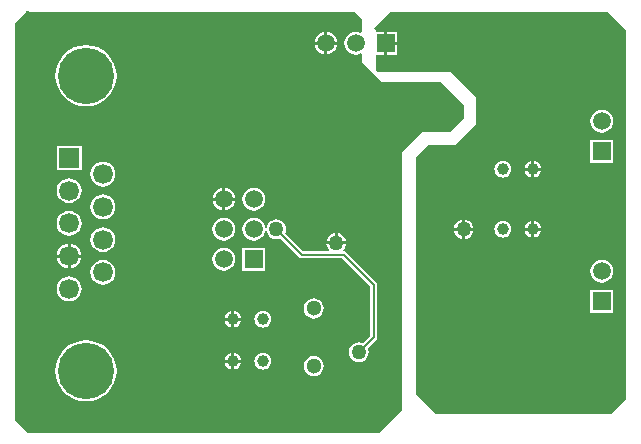
<source format=gbl>
%FSLAX44Y44*%
%MOMM*%
G71*
G01*
G75*
G04 Layer_Physical_Order=4*
G04 Layer_Color=16711680*
%ADD10R,0.8000X0.4000*%
%ADD11O,0.8000X0.4000*%
%ADD12C,0.2000*%
%ADD13C,1.5000*%
%ADD14R,1.5000X1.5000*%
%ADD15R,1.5000X1.5000*%
%ADD16C,4.7600*%
%ADD17R,1.6900X1.6900*%
%ADD18C,1.6900*%
%ADD19C,1.0000*%
%ADD20C,1.3000*%
%ADD21C,1.2700*%
G36*
X1041431Y1128999D02*
Y816641D01*
X1028700Y803910D01*
X880110D01*
X863600Y820420D01*
Y1021080D01*
X873760Y1031240D01*
X896620D01*
X914400Y1049020D01*
Y1071880D01*
X892810Y1093470D01*
X831850D01*
X830083Y1095237D01*
Y1108100D01*
X836930D01*
Y1117598D01*
Y1127100D01*
X830083D01*
Y1127760D01*
X830019Y1128081D01*
X829978Y1128405D01*
X829942Y1128468D01*
X829928Y1128540D01*
X829928Y1128540D01*
Y1128540D01*
X829928Y1128540D01*
X829555Y1129441D01*
X829555Y1129441D01*
X829113Y1130103D01*
X829112Y1130103D01*
X828478Y1130738D01*
X842010Y1144270D01*
X1026160D01*
X1041431Y1128999D01*
D02*
G37*
G36*
X535922Y1144524D02*
X535912Y1144077D01*
X535910Y1143982D01*
D01*
D01*
X535910D01*
D01*
X535892Y1143196D01*
D01*
X535891Y1143145D01*
X535926Y1143230D01*
X536980Y1144284D01*
X536980D01*
Y1144284D01*
D01*
D01*
Y1144284D01*
X537113Y1144339D01*
X537210Y1144274D01*
Y1144274D01*
X811530Y1144379D01*
X812255Y1144079D01*
X812435Y1143896D01*
Y1143896D01*
X817511Y1138821D01*
Y1138821D01*
D01*
D01*
X817884Y1137920D01*
D01*
D01*
D01*
X817884Y1137920D01*
X817884Y1137920D01*
Y1126920D01*
X816828Y1126214D01*
X815280Y1126855D01*
X812800Y1127182D01*
X810320Y1126855D01*
X808009Y1125898D01*
X806024Y1124376D01*
X804502Y1122391D01*
X803544Y1120080D01*
X803218Y1117600D01*
X803544Y1115120D01*
X804502Y1112809D01*
X806024Y1110825D01*
X808009Y1109302D01*
X810320Y1108344D01*
X812800Y1108018D01*
X815280Y1108344D01*
X816828Y1108986D01*
X817884Y1108280D01*
Y1101618D01*
X834918Y1084584D01*
X885190Y1084689D01*
X885915Y1084389D01*
X886095Y1084206D01*
Y1084206D01*
X903871Y1066431D01*
Y1066431D01*
D01*
D01*
X904244Y1065530D01*
D01*
D01*
Y1065530D01*
X904244D01*
X904349Y1054100D01*
X904049Y1053375D01*
X903866Y1053195D01*
X903866D01*
X893711Y1043039D01*
X893711D01*
D01*
X893711Y1043039D01*
X892810Y1042666D01*
D01*
D01*
D01*
X892810Y1042666D01*
X892810Y1042666D01*
X869208D01*
X852174Y1025632D01*
X852279Y807720D01*
X851979Y806995D01*
X851796Y806815D01*
X851796D01*
X832751Y787769D01*
X832751D01*
D01*
X832751Y787769D01*
X831850Y787396D01*
D01*
D01*
X831850D01*
Y787396D01*
X535940Y787291D01*
X535940Y787291D01*
X535940Y787291D01*
X535602Y787471D01*
X535035Y787774D01*
D01*
X535035Y787774D01*
D01*
D01*
X535035Y787774D01*
X535035Y787774D01*
X524569Y798121D01*
Y1134700D01*
X533396Y1143528D01*
X533345Y1144510D01*
X533990Y1145190D01*
X535260Y1145200D01*
X535922Y1144524D01*
D02*
G37*
%LPC*%
G36*
X735940Y944220D02*
X716940D01*
Y925220D01*
X735940D01*
Y944220D01*
D02*
G37*
G36*
X568980Y936230D02*
X559877D01*
X560069Y934772D01*
X561122Y932230D01*
X562797Y930047D01*
X564980Y928372D01*
X567522Y927319D01*
X568980Y927127D01*
Y936230D01*
D02*
G37*
G36*
X580623D02*
X571520D01*
Y927127D01*
X572978Y927319D01*
X575520Y928372D01*
X577703Y930047D01*
X579378Y932230D01*
X580431Y934772D01*
X580623Y936230D01*
D02*
G37*
G36*
X701040Y944302D02*
X698560Y943976D01*
X696249Y943018D01*
X694265Y941495D01*
X692742Y939511D01*
X691785Y937200D01*
X691458Y934720D01*
X691785Y932240D01*
X692742Y929929D01*
X694265Y927944D01*
X696249Y926422D01*
X698560Y925464D01*
X701040Y925138D01*
X703520Y925464D01*
X705831Y926422D01*
X707815Y927944D01*
X709338Y929929D01*
X710295Y932240D01*
X710622Y934720D01*
X710295Y937200D01*
X709338Y939511D01*
X707815Y941495D01*
X705831Y943018D01*
X703520Y943976D01*
X701040Y944302D01*
D02*
G37*
G36*
X570250Y920340D02*
X567522Y919981D01*
X564980Y918928D01*
X562797Y917253D01*
X561122Y915070D01*
X560069Y912528D01*
X559710Y909800D01*
X560069Y907072D01*
X561122Y904530D01*
X562797Y902347D01*
X564980Y900672D01*
X567522Y899619D01*
X570250Y899260D01*
X572978Y899619D01*
X575520Y900672D01*
X577703Y902347D01*
X579378Y904530D01*
X580431Y907072D01*
X580790Y909800D01*
X580431Y912528D01*
X579378Y915070D01*
X577703Y917253D01*
X575520Y918928D01*
X572978Y919981D01*
X570250Y920340D01*
D02*
G37*
G36*
X598650Y934190D02*
X595922Y933831D01*
X593380Y932778D01*
X591197Y931103D01*
X589522Y928920D01*
X588469Y926378D01*
X588110Y923650D01*
X588469Y920922D01*
X589522Y918380D01*
X591197Y916197D01*
X593380Y914522D01*
X595922Y913469D01*
X598650Y913110D01*
X601378Y913469D01*
X603920Y914522D01*
X606103Y916197D01*
X607778Y918380D01*
X608831Y920922D01*
X609190Y923650D01*
X608831Y926378D01*
X607778Y928920D01*
X606103Y931103D01*
X603920Y932778D01*
X601378Y933831D01*
X598650Y934190D01*
D02*
G37*
G36*
X1021080Y934142D02*
X1018600Y933816D01*
X1016289Y932858D01*
X1014305Y931335D01*
X1012782Y929351D01*
X1011824Y927040D01*
X1011498Y924560D01*
X1011824Y922080D01*
X1012782Y919769D01*
X1014305Y917785D01*
X1016289Y916262D01*
X1018600Y915304D01*
X1021080Y914978D01*
X1023560Y915304D01*
X1025871Y916262D01*
X1027855Y917785D01*
X1029378Y919769D01*
X1030335Y922080D01*
X1030662Y924560D01*
X1030335Y927040D01*
X1029378Y929351D01*
X1027855Y931335D01*
X1025871Y932858D01*
X1023560Y933816D01*
X1021080Y934142D01*
D02*
G37*
G36*
X568980Y947873D02*
X567522Y947681D01*
X564980Y946628D01*
X562797Y944953D01*
X561122Y942770D01*
X560069Y940228D01*
X559877Y938770D01*
X568980D01*
Y947873D01*
D02*
G37*
G36*
X701040Y969702D02*
X698560Y969376D01*
X696249Y968418D01*
X694265Y966895D01*
X692742Y964911D01*
X691785Y962600D01*
X691458Y960120D01*
X691785Y957640D01*
X692742Y955329D01*
X694265Y953344D01*
X696249Y951822D01*
X698560Y950864D01*
X701040Y950538D01*
X703520Y950864D01*
X705831Y951822D01*
X707815Y953344D01*
X709338Y955329D01*
X710295Y957640D01*
X710622Y960120D01*
X710295Y962600D01*
X709338Y964911D01*
X707815Y966895D01*
X705831Y968418D01*
X703520Y969376D01*
X701040Y969702D01*
D02*
G37*
G36*
X902970Y958850D02*
X895985D01*
X896105Y957940D01*
X896946Y955909D01*
X898285Y954165D01*
X900029Y952826D01*
X902060Y951985D01*
X902970Y951865D01*
Y958850D01*
D02*
G37*
G36*
X912495D02*
X905510D01*
Y951865D01*
X906420Y951985D01*
X908451Y952826D01*
X910195Y954165D01*
X911534Y955909D01*
X912375Y957940D01*
X912495Y958850D01*
D02*
G37*
G36*
X797560Y956945D02*
Y949960D01*
X804545D01*
X804425Y950870D01*
X803584Y952901D01*
X802245Y954645D01*
X800501Y955984D01*
X798470Y956825D01*
X797560Y956945D01*
D02*
G37*
G36*
X571520Y947873D02*
Y938770D01*
X580623D01*
X580431Y940228D01*
X579378Y942770D01*
X577703Y944953D01*
X575520Y946628D01*
X572978Y947681D01*
X571520Y947873D01*
D02*
G37*
G36*
X598650Y961890D02*
X595922Y961531D01*
X593380Y960478D01*
X591197Y958803D01*
X589522Y956620D01*
X588469Y954078D01*
X588110Y951350D01*
X588469Y948622D01*
X589522Y946080D01*
X591197Y943897D01*
X593380Y942222D01*
X595922Y941169D01*
X598650Y940810D01*
X601378Y941169D01*
X603920Y942222D01*
X606103Y943897D01*
X607778Y946080D01*
X608831Y948622D01*
X609190Y951350D01*
X608831Y954078D01*
X607778Y956620D01*
X606103Y958803D01*
X603920Y960478D01*
X601378Y961531D01*
X598650Y961890D01*
D02*
G37*
G36*
X795020Y956945D02*
X794110Y956825D01*
X792079Y955984D01*
X790335Y954645D01*
X788996Y952901D01*
X788155Y950870D01*
X788035Y949960D01*
X795020D01*
Y956945D01*
D02*
G37*
G36*
X715553Y847090D02*
X709930D01*
Y841467D01*
X710487Y841540D01*
X712190Y842245D01*
X713652Y843368D01*
X714774Y844830D01*
X715480Y846533D01*
X715553Y847090D01*
D02*
G37*
G36*
X707390Y855253D02*
X706833Y855180D01*
X705130Y854474D01*
X703668Y853352D01*
X702545Y851890D01*
X701840Y850187D01*
X701767Y849630D01*
X707390D01*
Y855253D01*
D02*
G37*
G36*
X709930D02*
Y849630D01*
X715553D01*
X715480Y850187D01*
X714774Y851890D01*
X713652Y853352D01*
X712190Y854474D01*
X710487Y855180D01*
X709930Y855253D01*
D02*
G37*
G36*
X707390Y847090D02*
X701767D01*
X701840Y846533D01*
X702545Y844830D01*
X703668Y843368D01*
X705130Y842245D01*
X706833Y841540D01*
X707390Y841467D01*
Y847090D01*
D02*
G37*
G36*
X584450Y866175D02*
X579392Y865677D01*
X574529Y864201D01*
X570047Y861806D01*
X566118Y858582D01*
X562894Y854653D01*
X560499Y850171D01*
X559023Y845308D01*
X558525Y840250D01*
X559023Y835192D01*
X560499Y830329D01*
X562894Y825847D01*
X566118Y821918D01*
X570047Y818694D01*
X574529Y816299D01*
X579392Y814823D01*
X584450Y814325D01*
X589508Y814823D01*
X594371Y816299D01*
X598853Y818694D01*
X602782Y821918D01*
X606006Y825847D01*
X608401Y830329D01*
X609877Y835192D01*
X610375Y840250D01*
X609877Y845308D01*
X608401Y850171D01*
X606006Y854653D01*
X602782Y858582D01*
X598853Y861806D01*
X594371Y864201D01*
X589508Y865677D01*
X584450Y866175D01*
D02*
G37*
G36*
X777240Y852853D02*
X775021Y852561D01*
X772953Y851705D01*
X771178Y850342D01*
X769815Y848567D01*
X768959Y846499D01*
X768667Y844280D01*
X768959Y842061D01*
X769815Y839993D01*
X771178Y838218D01*
X772953Y836855D01*
X775021Y835999D01*
X777240Y835707D01*
X779459Y835999D01*
X781527Y836855D01*
X783302Y838218D01*
X784665Y839993D01*
X785521Y842061D01*
X785813Y844280D01*
X785521Y846499D01*
X784665Y848567D01*
X783302Y850342D01*
X781527Y851705D01*
X779459Y852561D01*
X777240Y852853D01*
D02*
G37*
G36*
X734060Y855420D02*
X732233Y855180D01*
X730530Y854474D01*
X729068Y853352D01*
X727945Y851890D01*
X727240Y850187D01*
X727000Y848360D01*
X727240Y846533D01*
X727945Y844830D01*
X729068Y843368D01*
X730530Y842245D01*
X732233Y841540D01*
X734060Y841300D01*
X735887Y841540D01*
X737590Y842245D01*
X739052Y843368D01*
X740174Y844830D01*
X740880Y846533D01*
X741120Y848360D01*
X740880Y850187D01*
X740174Y851890D01*
X739052Y853352D01*
X737590Y854474D01*
X735887Y855180D01*
X734060Y855420D01*
D02*
G37*
G36*
X726440Y969702D02*
X723960Y969376D01*
X721649Y968418D01*
X719665Y966895D01*
X718142Y964911D01*
X717185Y962600D01*
X716858Y960120D01*
X717185Y957640D01*
X718142Y955329D01*
X719665Y953344D01*
X721649Y951822D01*
X723960Y950864D01*
X726440Y950538D01*
X728920Y950864D01*
X731231Y951822D01*
X733215Y953344D01*
X734738Y955329D01*
X735695Y957640D01*
X735910Y959269D01*
X737180D01*
X737355Y957940D01*
X738196Y955909D01*
X739535Y954165D01*
X741279Y952826D01*
X743310Y951985D01*
X745490Y951698D01*
X747670Y951985D01*
X748822Y952462D01*
X764917Y936367D01*
X764917Y936367D01*
X765909Y935704D01*
X765909Y935704D01*
X765910Y935704D01*
D01*
X765910Y935704D01*
X765910Y935704D01*
X767080Y935471D01*
X767080Y935471D01*
X801373D01*
X824981Y911863D01*
Y869947D01*
X818672Y863638D01*
X817520Y864115D01*
X815340Y864402D01*
X813160Y864115D01*
X811129Y863274D01*
X809385Y861935D01*
X808046Y860191D01*
X807205Y858160D01*
X806918Y855980D01*
X807205Y853800D01*
X808046Y851769D01*
X809385Y850025D01*
X811129Y848686D01*
X813160Y847845D01*
X815340Y847558D01*
X817520Y847845D01*
X819551Y848686D01*
X821295Y850025D01*
X822634Y851769D01*
X823475Y853800D01*
X823762Y855980D01*
X823475Y858160D01*
X822998Y859312D01*
X830203Y866517D01*
X830203Y866517D01*
X830866Y867510D01*
X831099Y868680D01*
X831099Y868680D01*
Y913130D01*
X831099Y913130D01*
X830866Y914301D01*
X830203Y915293D01*
X830203Y915293D01*
X804803Y940693D01*
X803811Y941356D01*
X802640Y941589D01*
X802640D01*
X802640D01*
D01*
X802640Y941589D01*
D01*
X802640D01*
X802630Y941602D01*
X802245Y942735D01*
X803584Y944479D01*
X804425Y946510D01*
X804545Y947420D01*
X788035D01*
X788155Y946510D01*
X788996Y944479D01*
X790335Y942735D01*
X789946Y941589D01*
X768347D01*
X753148Y956788D01*
X753625Y957940D01*
X753912Y960120D01*
X753625Y962300D01*
X752784Y964331D01*
X751445Y966075D01*
X749701Y967414D01*
X747670Y968255D01*
X745490Y968542D01*
X743310Y968255D01*
X741279Y967414D01*
X739535Y966075D01*
X738196Y964331D01*
X737355Y962300D01*
X737180Y960971D01*
X735910D01*
X735695Y962600D01*
X734738Y964911D01*
X733215Y966895D01*
X731231Y968418D01*
X728920Y969376D01*
X726440Y969702D01*
D02*
G37*
G36*
X707390Y890813D02*
X706833Y890740D01*
X705130Y890034D01*
X703668Y888912D01*
X702545Y887450D01*
X701840Y885747D01*
X701767Y885190D01*
X707390D01*
Y890813D01*
D02*
G37*
G36*
X709930D02*
Y885190D01*
X715553D01*
X715480Y885747D01*
X714774Y887450D01*
X713652Y888912D01*
X712190Y890034D01*
X710487Y890740D01*
X709930Y890813D01*
D02*
G37*
G36*
X1030580Y908660D02*
X1011580D01*
Y889660D01*
X1030580D01*
Y908660D01*
D02*
G37*
G36*
X777240Y901653D02*
X775021Y901361D01*
X772953Y900505D01*
X771178Y899142D01*
X769815Y897367D01*
X768959Y895299D01*
X768667Y893080D01*
X768959Y890861D01*
X769815Y888793D01*
X771178Y887018D01*
X772953Y885655D01*
X775021Y884799D01*
X777240Y884507D01*
X779459Y884799D01*
X781527Y885655D01*
X783302Y887018D01*
X784665Y888793D01*
X785521Y890861D01*
X785813Y893080D01*
X785521Y895299D01*
X784665Y897367D01*
X783302Y899142D01*
X781527Y900505D01*
X779459Y901361D01*
X777240Y901653D01*
D02*
G37*
G36*
X734060Y890980D02*
X732233Y890740D01*
X730530Y890034D01*
X729068Y888912D01*
X727945Y887450D01*
X727240Y885747D01*
X727000Y883920D01*
X727240Y882093D01*
X727945Y880390D01*
X729068Y878928D01*
X730530Y877805D01*
X732233Y877100D01*
X734060Y876860D01*
X735887Y877100D01*
X737590Y877805D01*
X739052Y878928D01*
X740174Y880390D01*
X740880Y882093D01*
X741120Y883920D01*
X740880Y885747D01*
X740174Y887450D01*
X739052Y888912D01*
X737590Y890034D01*
X735887Y890740D01*
X734060Y890980D01*
D02*
G37*
G36*
X707390Y882650D02*
X701767D01*
X701840Y882093D01*
X702545Y880390D01*
X703668Y878928D01*
X705130Y877805D01*
X706833Y877100D01*
X707390Y877027D01*
Y882650D01*
D02*
G37*
G36*
X715553D02*
X709930D01*
Y877027D01*
X710487Y877100D01*
X712190Y877805D01*
X713652Y878928D01*
X714774Y880390D01*
X715480Y882093D01*
X715553Y882650D01*
D02*
G37*
G36*
X961390Y1017813D02*
X960833Y1017740D01*
X959130Y1017035D01*
X957668Y1015912D01*
X956545Y1014450D01*
X955840Y1012747D01*
X955767Y1012190D01*
X961390D01*
Y1017813D01*
D02*
G37*
G36*
X963930D02*
Y1012190D01*
X969553D01*
X969480Y1012747D01*
X968774Y1014450D01*
X967652Y1015912D01*
X966190Y1017035D01*
X964487Y1017740D01*
X963930Y1017813D01*
D02*
G37*
G36*
X1030580Y1035660D02*
X1011580D01*
Y1016660D01*
X1030580D01*
Y1035660D01*
D02*
G37*
G36*
X580700Y1031050D02*
X559800D01*
Y1010150D01*
X580700D01*
Y1031050D01*
D02*
G37*
G36*
X937260Y1017980D02*
X935433Y1017740D01*
X933730Y1017035D01*
X932268Y1015912D01*
X931145Y1014450D01*
X930440Y1012747D01*
X930200Y1010920D01*
X930440Y1009093D01*
X931145Y1007390D01*
X932268Y1005928D01*
X933730Y1004806D01*
X935433Y1004100D01*
X937260Y1003860D01*
X939087Y1004100D01*
X940790Y1004806D01*
X942252Y1005928D01*
X943374Y1007390D01*
X944080Y1009093D01*
X944320Y1010920D01*
X944080Y1012747D01*
X943374Y1014450D01*
X942252Y1015912D01*
X940790Y1017035D01*
X939087Y1017740D01*
X937260Y1017980D01*
D02*
G37*
G36*
X961390Y1009650D02*
X955767D01*
X955840Y1009093D01*
X956545Y1007390D01*
X957668Y1005928D01*
X959130Y1004806D01*
X960833Y1004100D01*
X961390Y1004027D01*
Y1009650D01*
D02*
G37*
G36*
X969553D02*
X963930D01*
Y1004027D01*
X964487Y1004100D01*
X966190Y1004806D01*
X967652Y1005928D01*
X968774Y1007390D01*
X969480Y1009093D01*
X969553Y1009650D01*
D02*
G37*
G36*
X1021080Y1061142D02*
X1018600Y1060816D01*
X1016289Y1059858D01*
X1014305Y1058335D01*
X1012782Y1056351D01*
X1011824Y1054040D01*
X1011498Y1051560D01*
X1011824Y1049080D01*
X1012782Y1046769D01*
X1014305Y1044784D01*
X1016289Y1043262D01*
X1018600Y1042305D01*
X1021080Y1041978D01*
X1023560Y1042305D01*
X1025871Y1043262D01*
X1027855Y1044784D01*
X1029378Y1046769D01*
X1030335Y1049080D01*
X1030662Y1051560D01*
X1030335Y1054040D01*
X1029378Y1056351D01*
X1027855Y1058335D01*
X1025871Y1059858D01*
X1023560Y1060816D01*
X1021080Y1061142D01*
D02*
G37*
G36*
X786130Y1127015D02*
X784920Y1126855D01*
X782609Y1125898D01*
X780624Y1124376D01*
X779102Y1122391D01*
X778145Y1120080D01*
X777985Y1118870D01*
X786130D01*
Y1127015D01*
D02*
G37*
G36*
X788670D02*
Y1118870D01*
X796815D01*
X796656Y1120080D01*
X795698Y1122391D01*
X794175Y1124376D01*
X792191Y1125898D01*
X789880Y1126855D01*
X788670Y1127015D01*
D02*
G37*
G36*
X847700Y1127100D02*
X839470D01*
Y1118870D01*
X847700D01*
Y1127100D01*
D02*
G37*
G36*
X796815Y1116330D02*
X788670D01*
Y1108185D01*
X789880Y1108344D01*
X792191Y1109302D01*
X794175Y1110825D01*
X795698Y1112809D01*
X796656Y1115120D01*
X796815Y1116330D01*
D02*
G37*
G36*
X584450Y1116075D02*
X579392Y1115577D01*
X574529Y1114101D01*
X570047Y1111706D01*
X566118Y1108482D01*
X562894Y1104553D01*
X560499Y1100071D01*
X559023Y1095208D01*
X558525Y1090150D01*
X559023Y1085092D01*
X560499Y1080229D01*
X562894Y1075747D01*
X566118Y1071818D01*
X570047Y1068594D01*
X574529Y1066199D01*
X579392Y1064723D01*
X584450Y1064225D01*
X589508Y1064723D01*
X594371Y1066199D01*
X598853Y1068594D01*
X602782Y1071818D01*
X606006Y1075747D01*
X608401Y1080229D01*
X609877Y1085092D01*
X610375Y1090150D01*
X609877Y1095208D01*
X608401Y1100071D01*
X606006Y1104553D01*
X602782Y1108482D01*
X598853Y1111706D01*
X594371Y1114101D01*
X589508Y1115577D01*
X584450Y1116075D01*
D02*
G37*
G36*
X847700Y1116330D02*
X839470D01*
Y1108100D01*
X847700D01*
Y1116330D01*
D02*
G37*
G36*
X786130D02*
X777985D01*
X778145Y1115120D01*
X779102Y1112809D01*
X780624Y1110825D01*
X782609Y1109302D01*
X784920Y1108344D01*
X786130Y1108185D01*
Y1116330D01*
D02*
G37*
G36*
X598650Y1017290D02*
X595922Y1016931D01*
X593380Y1015878D01*
X591197Y1014203D01*
X589522Y1012020D01*
X588469Y1009478D01*
X588110Y1006750D01*
X588469Y1004022D01*
X589522Y1001480D01*
X591197Y999297D01*
X593380Y997622D01*
X595922Y996569D01*
X598650Y996210D01*
X601378Y996569D01*
X603920Y997622D01*
X606103Y999297D01*
X607778Y1001480D01*
X608831Y1004022D01*
X609190Y1006750D01*
X608831Y1009478D01*
X607778Y1012020D01*
X606103Y1014203D01*
X603920Y1015878D01*
X601378Y1016931D01*
X598650Y1017290D01*
D02*
G37*
G36*
X902970Y968375D02*
X902060Y968255D01*
X900029Y967414D01*
X898285Y966075D01*
X896946Y964331D01*
X896105Y962300D01*
X895985Y961390D01*
X902970D01*
Y968375D01*
D02*
G37*
G36*
X905510D02*
Y961390D01*
X912495D01*
X912375Y962300D01*
X911534Y964331D01*
X910195Y966075D01*
X908451Y967414D01*
X906420Y968255D01*
X905510Y968375D01*
D02*
G37*
G36*
X961390Y967013D02*
X960833Y966940D01*
X959130Y966235D01*
X957668Y965112D01*
X956545Y963650D01*
X955840Y961947D01*
X955767Y961390D01*
X961390D01*
Y967013D01*
D02*
G37*
G36*
X570250Y975740D02*
X567522Y975381D01*
X564980Y974328D01*
X562797Y972653D01*
X561122Y970470D01*
X560069Y967928D01*
X559710Y965200D01*
X560069Y962472D01*
X561122Y959930D01*
X562797Y957747D01*
X564980Y956072D01*
X567522Y955019D01*
X570250Y954660D01*
X572978Y955019D01*
X575520Y956072D01*
X577703Y957747D01*
X579378Y959930D01*
X580431Y962472D01*
X580790Y965200D01*
X580431Y967928D01*
X579378Y970470D01*
X577703Y972653D01*
X575520Y974328D01*
X572978Y975381D01*
X570250Y975740D01*
D02*
G37*
G36*
X937260Y967180D02*
X935433Y966940D01*
X933730Y966235D01*
X932268Y965112D01*
X931145Y963650D01*
X930440Y961947D01*
X930200Y960120D01*
X930440Y958293D01*
X931145Y956590D01*
X932268Y955128D01*
X933730Y954006D01*
X935433Y953300D01*
X937260Y953060D01*
X939087Y953300D01*
X940790Y954006D01*
X942252Y955128D01*
X943374Y956590D01*
X944080Y958293D01*
X944320Y960120D01*
X944080Y961947D01*
X943374Y963650D01*
X942252Y965112D01*
X940790Y966235D01*
X939087Y966940D01*
X937260Y967180D01*
D02*
G37*
G36*
X961390Y958850D02*
X955767D01*
X955840Y958293D01*
X956545Y956590D01*
X957668Y955128D01*
X959130Y954006D01*
X960833Y953300D01*
X961390Y953227D01*
Y958850D01*
D02*
G37*
G36*
X969553D02*
X963930D01*
Y953227D01*
X964487Y953300D01*
X966190Y954006D01*
X967652Y955128D01*
X968774Y956590D01*
X969480Y958293D01*
X969553Y958850D01*
D02*
G37*
G36*
X963930Y967013D02*
Y961390D01*
X969553D01*
X969480Y961947D01*
X968774Y963650D01*
X967652Y965112D01*
X966190Y966235D01*
X964487Y966940D01*
X963930Y967013D01*
D02*
G37*
G36*
X570250Y1003440D02*
X567522Y1003081D01*
X564980Y1002028D01*
X562797Y1000353D01*
X561122Y998170D01*
X560069Y995628D01*
X559710Y992900D01*
X560069Y990172D01*
X561122Y987630D01*
X562797Y985447D01*
X564980Y983772D01*
X567522Y982719D01*
X570250Y982360D01*
X572978Y982719D01*
X575520Y983772D01*
X577703Y985447D01*
X579378Y987630D01*
X580431Y990172D01*
X580790Y992900D01*
X580431Y995628D01*
X579378Y998170D01*
X577703Y1000353D01*
X575520Y1002028D01*
X572978Y1003081D01*
X570250Y1003440D01*
D02*
G37*
G36*
X699770Y994935D02*
X698560Y994775D01*
X696249Y993818D01*
X694265Y992296D01*
X692742Y990311D01*
X691785Y988000D01*
X691625Y986790D01*
X699770D01*
Y994935D01*
D02*
G37*
G36*
X702310D02*
Y986790D01*
X710455D01*
X710295Y988000D01*
X709338Y990311D01*
X707815Y992296D01*
X705831Y993818D01*
X703520Y994775D01*
X702310Y994935D01*
D02*
G37*
G36*
X710455Y984250D02*
X702310D01*
Y976105D01*
X703520Y976264D01*
X705831Y977222D01*
X707815Y978745D01*
X709338Y980729D01*
X710295Y983040D01*
X710455Y984250D01*
D02*
G37*
G36*
X598650Y989590D02*
X595922Y989231D01*
X593380Y988178D01*
X591197Y986503D01*
X589522Y984320D01*
X588469Y981778D01*
X588110Y979050D01*
X588469Y976322D01*
X589522Y973780D01*
X591197Y971597D01*
X593380Y969922D01*
X595922Y968869D01*
X598650Y968510D01*
X601378Y968869D01*
X603920Y969922D01*
X606103Y971597D01*
X607778Y973780D01*
X608831Y976322D01*
X609190Y979050D01*
X608831Y981778D01*
X607778Y984320D01*
X606103Y986503D01*
X603920Y988178D01*
X601378Y989231D01*
X598650Y989590D01*
D02*
G37*
G36*
X726440Y995102D02*
X723960Y994775D01*
X721649Y993818D01*
X719665Y992296D01*
X718142Y990311D01*
X717185Y988000D01*
X716858Y985520D01*
X717185Y983040D01*
X718142Y980729D01*
X719665Y978745D01*
X721649Y977222D01*
X723960Y976264D01*
X726440Y975938D01*
X728920Y976264D01*
X731231Y977222D01*
X733215Y978745D01*
X734738Y980729D01*
X735695Y983040D01*
X736022Y985520D01*
X735695Y988000D01*
X734738Y990311D01*
X733215Y992296D01*
X731231Y993818D01*
X728920Y994775D01*
X726440Y995102D01*
D02*
G37*
G36*
X699770Y984250D02*
X691625D01*
X691785Y983040D01*
X692742Y980729D01*
X694265Y978745D01*
X696249Y977222D01*
X698560Y976264D01*
X699770Y976105D01*
Y984250D01*
D02*
G37*
%LPD*%
D12*
X745490Y960120D02*
X767080Y938530D01*
X802640D01*
X828040Y913130D01*
Y868680D02*
Y913130D01*
X815340Y855980D02*
X828040Y868680D01*
D13*
X787400Y1117600D02*
D03*
X812800D02*
D03*
X1021080Y1051560D02*
D03*
Y924560D02*
D03*
X701040Y985520D02*
D03*
X726440D02*
D03*
X701040Y960120D02*
D03*
X726440D02*
D03*
X701040Y934720D02*
D03*
D14*
X838200Y1117600D02*
D03*
D15*
X1021080Y1026160D02*
D03*
Y899160D02*
D03*
X726440Y934720D02*
D03*
D16*
X584450Y840250D02*
D03*
Y1090150D02*
D03*
D17*
X570250Y1020600D02*
D03*
D18*
X598650Y1006750D02*
D03*
X570250Y992900D02*
D03*
X598650Y979050D02*
D03*
X570250Y965200D02*
D03*
X598650Y951350D02*
D03*
X570250Y937500D02*
D03*
X598650Y923650D02*
D03*
X570250Y909800D02*
D03*
D19*
X734060Y883920D02*
D03*
X708660D02*
D03*
X734060Y848360D02*
D03*
X708660D02*
D03*
X962660Y960120D02*
D03*
X937260D02*
D03*
X962660Y1010920D02*
D03*
X937260D02*
D03*
D20*
X777240Y893080D02*
D03*
Y844280D02*
D03*
D21*
X815340Y855980D02*
D03*
X904240Y960120D02*
D03*
X796290Y948690D02*
D03*
X745490Y960120D02*
D03*
M02*

</source>
